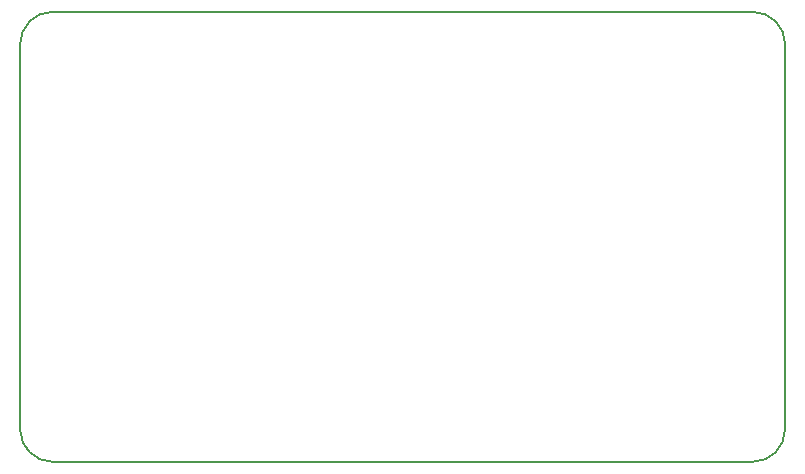
<source format=gbr>
G04 DipTrace 2.3.0.3*
%INBoardOutline.gbr*%
%MOIN*%
%ADD11C,0.006*%
%FSLAX44Y44*%
G04*
G70*
G90*
G75*
G01*
%LNBoardOutline*%
%LPD*%
X5020Y3940D2*
D11*
X28360D1*
G03X29440Y5020I0J1080D01*
G01*
Y17860D1*
G03X28360Y18940I-1080J0D01*
G01*
X5020D1*
G03X3940Y17860I0J-1080D01*
G01*
Y5020D1*
G03X5020Y3940I1080J0D01*
G01*
M02*

</source>
